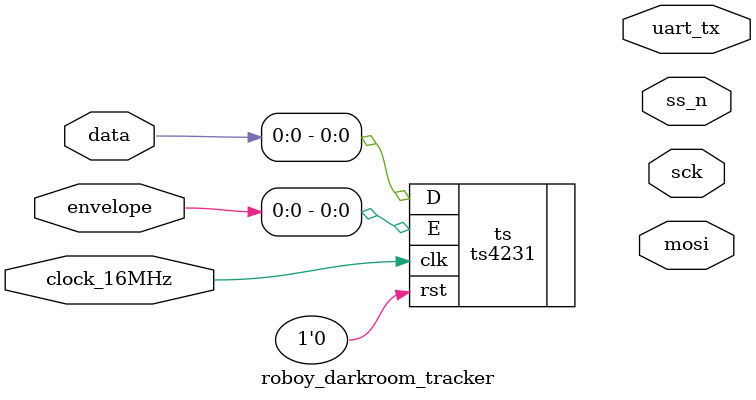
<source format=v>
module roboy_darkroom_tracker(
	input clock_16MHz,
	inout [1:0]data,
	inout [1:0]envelope,
	output sck,
	output mosi,
	output ss_n,
	output uart_tx
);


parameter NUMBER_OF_SENSORS = 2;
//assign data = clock_16MHz ;
//assign envelope =  clock_16MHz;
//assign sck =  clock_16MHz;
//assign mosi =  clock_16MHz;
//assign ss_n =  clock_16MHz;
//assign uart_tx =  clock_16MHz;

//reg reset;
//assign uart_tx = reset;
//
//always @(posedge clock_16MHz) begin: RESET
//	reg [7:0] counter;
//	if(counter==255) begin
//		reset <= 0;
//	end else begin
//		reset <= 1;
//		counter <= counter + 1;
//	end
//	
//end

//reg [2:0] sensor_states[NUMBER_OF_SENSORS-1:0];
//reg [3:0] current_states[NUMBER_OF_SENSORS-1:0];
//wire D;
//wire E;
//assign D = (sensor_to_configure<NUMBER_OF_SENSORS)?data[sensor_to_configure]:1'bz;
//assign E = (sensor_to_configure<NUMBER_OF_SENSORS)?envelope[sensor_to_configure]:1'bz;
//
//wire [2:0] sensor_state;
//wire [3:0] current_state;
//
//ts4231 #(16_000_000) sensor(
//	.clk(clock),
//	.rst(reset_ts4231_config),
//	.D(D),
//	.E(E),
//	.sensor_STATE(sensor_state),
//	.current_STATE(current_state)
//);
//
//reg reset_ts4231_config;
//reg [7:0] sensor_to_configure;
//
//always @(posedge clock_16MHz, posedge reset) begin: TS4231_INIT_INTERFACE
//	reg [31:0] timeout;
//	if (reset == 1) begin
//		timeout <= 0;
//		sensor_to_configure<=0;
//		reset_ts4231_config <= 1; 
//	end else begin
//		reset_ts4231_config <= 0;
//		if(timeout>0) begin
//			timeout <= timeout - 1;
//		end else begin
//			sensor_states[sensor_to_configure] <= sensor_state;
//			current_states[sensor_to_configure] <= current_state;
//			if(sensor_to_configure<NUMBER_OF_SENSORS-1) begin
//				sensor_to_configure <= sensor_to_configure + 1;
//			end else begin
//				sensor_to_configure <= 0;
//			end
//			reset_ts4231_config <= 1;
//			timeout <= 16_000_000/10; // 100ms timeout
//		end
//	end
//end

//DarkRoom #(0,0,3,16_000_000) darkroom(
//	.clock(clock_16MHz),
//	.reset_n(1'b1),
//	.D_io(data),
//	.E_io(envelope),
//	.sck_o(sck), 
//	.ss_n_o(ss_n),
//	.mosi_o(mosi)
//);

ts4231 #(16_000_000) ts(
	.clk(clock_16MHz),
	.rst(1'b0),
	.D(data[0]),
	.E(envelope[0])
);

endmodule
</source>
